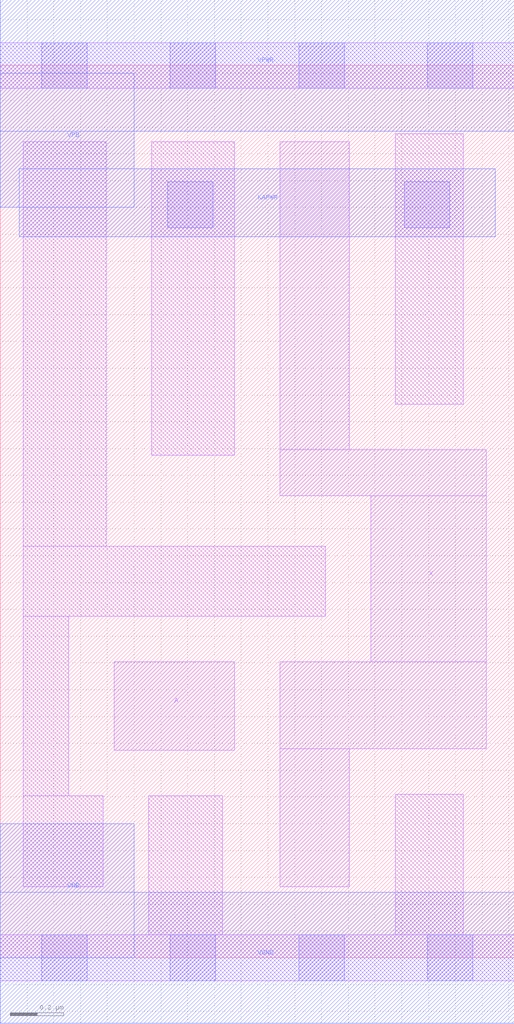
<source format=lef>
# Copyright 2020 The SkyWater PDK Authors
#
# Licensed under the Apache License, Version 2.0 (the "License");
# you may not use this file except in compliance with the License.
# You may obtain a copy of the License at
#
#     https://www.apache.org/licenses/LICENSE-2.0
#
# Unless required by applicable law or agreed to in writing, software
# distributed under the License is distributed on an "AS IS" BASIS,
# WITHOUT WARRANTIES OR CONDITIONS OF ANY KIND, either express or implied.
# See the License for the specific language governing permissions and
# limitations under the License.
#
# SPDX-License-Identifier: Apache-2.0

VERSION 5.5 ;
NAMESCASESENSITIVE ON ;
BUSBITCHARS "[]" ;
DIVIDERCHAR "/" ;
MACRO sky130_fd_sc_lp__bufkapwr_2
  CLASS CORE ;
  SOURCE USER ;
  ORIGIN  0.000000  0.000000 ;
  SIZE  1.920000 BY  3.330000 ;
  SYMMETRY X Y ;
  SITE unit ;
  PIN A
    ANTENNAGATEAREA  0.252000 ;
    DIRECTION INPUT ;
    USE SIGNAL ;
    PORT
      LAYER li1 ;
        RECT 0.425000 0.775000 0.875000 1.105000 ;
    END
  END A
  PIN X
    ANTENNADIFFAREA  0.470400 ;
    DIRECTION OUTPUT ;
    USE SIGNAL ;
    PORT
      LAYER li1 ;
        RECT 1.045000 0.265000 1.305000 0.780000 ;
        RECT 1.045000 0.780000 1.815000 1.105000 ;
        RECT 1.045000 1.725000 1.815000 1.895000 ;
        RECT 1.045000 1.895000 1.305000 3.045000 ;
        RECT 1.385000 1.105000 1.815000 1.725000 ;
    END
  END X
  PIN KAPWR
    DIRECTION INOUT ;
    USE POWER ;
    PORT
      LAYER met1 ;
        RECT 0.070000 2.690000 1.850000 2.945000 ;
    END
  END KAPWR
  PIN VGND
    DIRECTION INOUT ;
    USE GROUND ;
    PORT
      LAYER met1 ;
        RECT 0.000000 -0.245000 1.920000 0.245000 ;
    END
  END VGND
  PIN VNB
    DIRECTION INOUT ;
    USE GROUND ;
    PORT
    END
  END VNB
  PIN VPB
    DIRECTION INOUT ;
    USE POWER ;
    PORT
    END
  END VPB
  PIN VNB
    DIRECTION INOUT ;
    USE GROUND ;
    PORT
      LAYER met1 ;
        RECT 0.000000 0.000000 0.500000 0.500000 ;
    END
  END VNB
  PIN VPB
    DIRECTION INOUT ;
    USE POWER ;
    PORT
      LAYER met1 ;
        RECT 0.000000 2.800000 0.500000 3.300000 ;
    END
  END VPB
  PIN VPWR
    DIRECTION INOUT ;
    USE POWER ;
    PORT
      LAYER met1 ;
        RECT 0.000000 3.085000 1.920000 3.575000 ;
    END
  END VPWR
  OBS
    LAYER li1 ;
      RECT 0.000000 -0.085000 1.920000 0.085000 ;
      RECT 0.000000  3.245000 1.920000 3.415000 ;
      RECT 0.085000  0.265000 0.385000 0.605000 ;
      RECT 0.085000  0.605000 0.255000 1.275000 ;
      RECT 0.085000  1.275000 1.215000 1.535000 ;
      RECT 0.085000  1.535000 0.395000 3.045000 ;
      RECT 0.555000  0.085000 0.830000 0.605000 ;
      RECT 0.565000  1.875000 0.875000 3.045000 ;
      RECT 1.475000  0.085000 1.730000 0.610000 ;
      RECT 1.475000  2.065000 1.730000 3.075000 ;
    LAYER mcon ;
      RECT 0.155000 -0.085000 0.325000 0.085000 ;
      RECT 0.155000  3.245000 0.325000 3.415000 ;
      RECT 0.625000  2.725000 0.795000 2.895000 ;
      RECT 0.635000 -0.085000 0.805000 0.085000 ;
      RECT 0.635000  3.245000 0.805000 3.415000 ;
      RECT 1.115000 -0.085000 1.285000 0.085000 ;
      RECT 1.115000  3.245000 1.285000 3.415000 ;
      RECT 1.510000  2.725000 1.680000 2.895000 ;
      RECT 1.595000 -0.085000 1.765000 0.085000 ;
      RECT 1.595000  3.245000 1.765000 3.415000 ;
  END
END sky130_fd_sc_lp__bufkapwr_2
END LIBRARY

</source>
